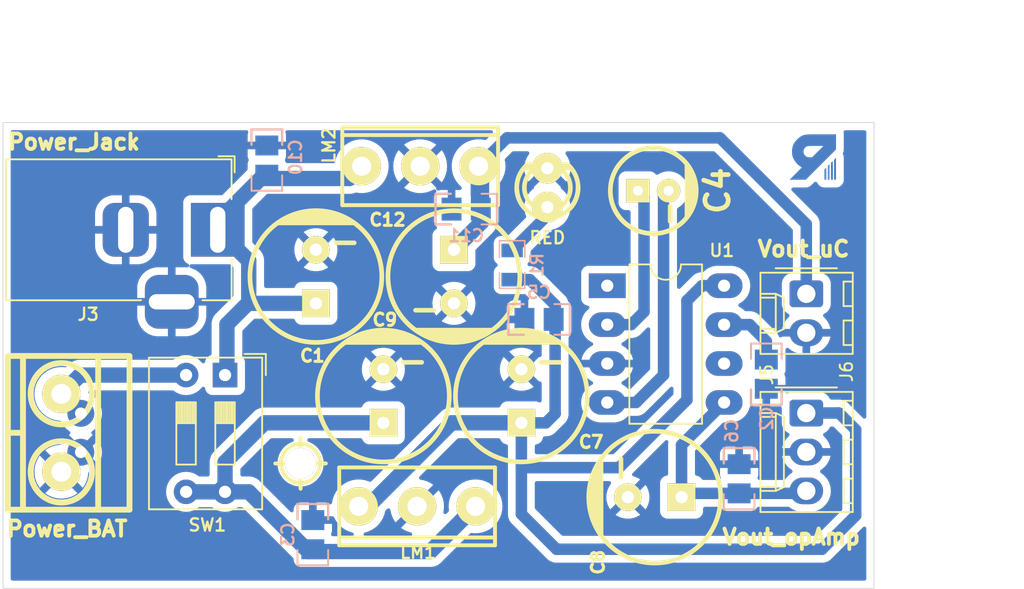
<source format=kicad_pcb>
(kicad_pcb (version 20240108) (generator "pcbnew") (generator_version "8.0")
  (title_block (title "Fuente Electroencefalograma") (date "2025-05-12") (rev "v2.0") (company "E.E.S.T. N°5 \"2 de Abril\" Temperley") (comment 1 "Curso: 7mo 6ta") (comment 2 "Grupo: 2"))
  (layers (0 "F.Cu" signal) (31 "B.Cu" signal) (34 "B.Paste" user) (35 "F.Paste" user) (36 "B.SilkS" user "B.Silkscreen") (37 "F.SilkS" user "F.Silkscreen") (38 "B.Mask" user) (39 "F.Mask" user) (44 "Edge.Cuts" user))
  (net 0 "")
  (net 1 "GND")
  (net 2 "VCC")
  (net 3 "Net-(U1-OSC)")
  (net 4 "Net-(U1-CAP-)")
  (net 5 "Net-(U1-CAP+)")
  (net 6 "+5V")
  (net 7 "-5V")
  (net 8 "+9V")
  (net 9 "/V_uC")
  (net 11 "+7.5V")
  (net 12 "Net-(LED1-A)")
  (footprint "EESTN5:BORNERA2_DUO" (layer "F.Cu") (at 129.0525 107 -90)
    (property "Reference" "J4" (hide yes))
    (property "Value" "Power_BAT" (at 6.2675 -0.37 0) (layer "F.SilkS") (effects (font (thickness 0.25))))
    (fp_line (start -4.9835 3.4925) (end 5.0165 3.4925) (stroke (width 0.381)) (layer "F.SilkS"))
    (fp_line (start 5.0165 3.4925) (end 5.0165 -4.445) (stroke (width 0.381)) (layer "F.SilkS"))
    (fp_line (start 0 2.54) (end 0 3.4845) (stroke (width 0.381)) (layer "F.SilkS"))
    (fp_line (start -5 2.5) (end 5 2.5) (stroke (width 0.381)) (layer "F.SilkS"))
    (fp_line (start -5 -2.4) (end 5 -2.4) (stroke (width 0.381)) (layer "F.SilkS"))
    (fp_line (start -5.0165 -4.445) (end -5.0165 3.4925) (stroke (width 0.381)) (layer "F.SilkS"))
    (fp_line (start 5.0165 -4.445) (end -4.9835 -4.445) (stroke (width 0.381)) (layer "F.SilkS"))
    (fp_circle (center -2.55 0) (end -0.55 0) (stroke (width 0.381)) (fill none) (layer "F.SilkS"))
    (fp_circle (center 2.55 0) (end 0.55 0) (stroke (width 0.381)) (fill none) (layer "F.SilkS"))
    (pad "1" thru_hole circle (at -2.54 0 270) (size 2.5 2.5) (drill 1.3) (layers "*.Cu" "*.Mask" "F.SilkS") (net 11 "+7.5V"))
    (pad "1" thru_hole circle (at -1.27 -1.27 270) (size 1.75 1.75) (drill 0.762) (layers "*.Cu" "*.Mask") (net 11 "+7.5V"))
    (pad "2" thru_hole circle (at 1.27 -1.27 270) (size 1.75 1.75) (drill 0.762) (layers "*.Cu" "*.Mask") (net 1 "GND"))
    (pad "2" thru_hole circle (at 2.54 0 270) (size 2.5 2.5) (drill 1.3) (layers "*.Cu" "*.Mask" "F.SilkS") (net 1 "GND"))
  )
  (footprint "EESTN5:led_3mm_red" (layer "F.Cu") (at 160.7475 91 180)
    (property "Reference" "LED1" (hide yes))
    (property "Value" "RED" (at 0 -3.2675 0) (layer "F.SilkS") (effects (font (size 0.8 0.8) (thickness 0.15) (bold yes))))
    (fp_line (start -1.30048 1.50114) (end 1.30048 1.50114) (stroke (width 0.29972)) (layer "F.SilkS"))
    (fp_line (start -1.50114 1.30048) (end 1.50114 1.30048) (stroke (width 0.29972)) (layer "F.SilkS"))
    (fp_arc (start 1.50876 -1.31064) (mid 1.993617 0.140092) (end 1.31064 1.50876) (stroke (width 0.29972)) (layer "F.SilkS"))
    (fp_arc (start 0 -1.99898) (mid 1.413492 -1.413492) (end 1.99898 0) (stroke (width 0.29972)) (layer "F.SilkS"))
    (fp_arc (start -1.33096 1.50114) (mid -2.002597 0.120335) (end -1.50114 -1.33096) (stroke (width 0.29972)) (layer "F.SilkS"))
    (fp_arc (start -1.99898 0) (mid -1.413492 -1.413492) (end 0 -1.99898) (stroke (width 0.29972)) (layer "F.SilkS"))
    (fp_circle (center 0 0) (end -1.50114 0) (stroke (width 0.29972)) (fill none) (layer "F.SilkS"))
    (pad "1" thru_hole circle (at 0 -1.27 180) (size 1.99898 1.99898) (drill 0.8001) (layers "*.Cu" "*.Mask" "F.SilkS") (net 12 "Net-(LED1-A)"))
    (pad "2" thru_hole circle (at 0 1.27 180) (size 1.99898 1.99898) (drill 0.8001) (layers "*.Cu" "*.Mask" "F.SilkS") (net 1 "GND"))
  )
  (footprint "EESTN5:TO-220-2" (layer "F.Cu") (at 152.2525 111.8 180)
    (property "Reference" "LM1" (at -0.06 -3 0) (layer "F.SilkS") (effects (font (size 0.8 0.8) (thickness 0.15) (bold yes))))
    (property "Value" "~" (hide yes))
    (fp_line (start 5.08 2.54) (end 5.08 -2.54) (stroke (width 0.254)) (layer "F.SilkS"))
    (fp_line (start 5.08 -2.54) (end -5.08 -2.54) (stroke (width 0.254)) (layer "F.SilkS"))
    (fp_line (start -5.08 2.54) (end 5.08 2.54) (stroke (width 0.254)) (layer "F.SilkS"))
    (fp_line (start -5.08 -1.27) (end -5.08 2.54) (stroke (width 0.254)) (layer "F.SilkS"))
    (fp_line (start -5.08 -2.032) (end 5.08 -2.032) (stroke (width 0.254)) (layer "F.SilkS"))
    (fp_line (start -5.08 -2.54) (end -5.08 -1.27) (stroke (width 0.254)) (layer "F.SilkS"))
    (pad "1" thru_hole circle (at -3.81 0 180) (size 2.49936 2.49936) (drill 1.24968) (layers "*.Cu" "*.Mask" "F.SilkS") (net 2 "VCC"))
    (pad "2" thru_hole circle (at 0 0 180) (size 2.49936 2.49936) (drill 1.24968) (layers "*.Cu" "*.Mask" "F.SilkS") (net 1 "GND"))
    (pad "3" thru_hole circle (at 3.81 0 180) (size 2.49936 2.49936) (drill 1.24968) (layers "*.Cu" "*.Mask" "F.SilkS") (net 6 "+5V"))
  )
  (footprint "EESTN5:CAP_ELEC_8x11.5mm" (layer "F.Cu") (at 167.7475 111.2 90)
    (property "Reference" "C8" (at -4.25 -3.6975 90) (layer "F.SilkS") (effects (font (size 0.8 0.8) (thickness 0.2))))
    (property "Value" "470u" (hide yes))
    (fp_line (start -0.8 -4.1) (end 0.9 -4.1) (stroke (width 0.3048)) (layer "F.SilkS"))
    (fp_line (start -1.4 -3.9) (end 1.4 -3.9) (stroke (width 0.3048)) (layer "F.SilkS"))
    (fp_line (start -1.8 -3.7) (end 1.8 -3.7) (stroke (width 0.3048)) (layer "F.SilkS"))
    (fp_line (start -2.4 -3.5) (end 2.4 -3.5) (stroke (width 0.3048)) (layer "F.SilkS"))
    (fp_line (start 1.3 -2.2) (end 2.5 -2.2) (stroke (width 0.3)) (layer "F.SilkS"))
    (fp_circle (center 0 0) (end -4.3 0) (stroke (width 0.3048)) (fill none) (layer "F.SilkS"))
    (pad "1" thru_hole rect (at 0 1.75 90) (size 1.8 1.8) (drill 0.8) (layers "*.Cu" "*.Mask" "F.SilkS") (net 7 "-5V"))
    (pad "2" thru_hole circle (at 0 -1.75 90) (size 1.8 1.8) (drill 0.8) (layers "*.Cu" "*.Mask" "F.SilkS") (net 1 "GND"))
  )
  (footprint "EESTN5:CAP_ELEC_8x11.5mm" (layer "F.Cu") (at 159.0525 104.6)
    (property "Reference" "C7" (at 4.5475 3 0) (layer "F.SilkS") (effects (font (size 0.8 0.8) (thickness 0.2))))
    (property "Value" "470u" (hide yes))
    (fp_line (start -2.4 -3.5) (end 2.4 -3.5) (stroke (width 0.3048)) (layer "F.SilkS"))
    (fp_line (start -1.8 -3.7) (end 1.8 -3.7) (stroke (width 0.3048)) (layer "F.SilkS"))
    (fp_line (start -1.4 -3.9) (end 1.4 -3.9) (stroke (width 0.3048)) (layer "F.SilkS"))
    (fp_line (start -0.8 -4.1) (end 0.9 -4.1) (stroke (width 0.3048)) (layer "F.SilkS"))
    (fp_line (start 1.3 -2.2) (end 2.5 -2.2) (stroke (width 0.3)) (layer "F.SilkS"))
    (fp_circle (center 0 0) (end -4.3 0) (stroke (width 0.3048)) (fill none) (layer "F.SilkS"))
    (pad "1" thru_hole rect (at 0 1.75) (size 1.8 1.8) (drill 0.8) (layers "*.Cu" "*.Mask" "F.SilkS") (net 6 "+5V"))
    (pad "2" thru_hole circle (at 0 -1.75) (size 1.8 1.8) (drill 0.8) (layers "*.Cu" "*.Mask" "F.SilkS") (net 1 "GND"))
  )
  (footprint "Connector_Molex:Molex_KK-254_AE-6410-03A_1x03_P2.54mm_Vertical" (layer "F.Cu") (at 177.6325 105.71 -90)
    (property "Reference" "J5" (at -2.51 2.58 90) (layer "F.SilkS") (effects (font (size 0.8 0.8) (thickness 0.125))))
    (property "Value" "Vout_opAmp" (at 8.09 0.98 0) (layer "F.SilkS") (effects (font (thickness 0.25) (bold yes))))
    (fp_line (start -1.38 2.99) (end 6.46 2.99) (stroke (width 0.12)) (layer "F.SilkS"))
    (fp_line (start 0 2.99) (end 0 1.99) (stroke (width 0.12)) (layer "F.SilkS"))
    (fp_line (start 0.25 2.99) (end 0.25 1.99) (stroke (width 0.12)) (layer "F.SilkS"))
    (fp_line (start 4.83 2.99) (end 4.83 1.99) (stroke (width 0.12)) (layer "F.SilkS"))
    (fp_line (start 6.46 2.99) (end 6.46 -3.03) (stroke (width 0.12)) (layer "F.SilkS"))
    (fp_line (start 0 1.99) (end 5.08 1.99) (stroke (width 0.12)) (layer "F.SilkS"))
    (fp_line (start 0 1.99) (end 0.25 1.46) (stroke (width 0.12)) (layer "F.SilkS"))
    (fp_line (start 5.08 1.99) (end 5.08 2.99) (stroke (width 0.12)) (layer "F.SilkS"))
    (fp_line (start 0.25 1.46) (end 4.83 1.46) (stroke (width 0.12)) (layer "F.SilkS"))
    (fp_line (start 4.83 1.46) (end 5.08 1.99) (stroke (width 0.12)) (layer "F.SilkS"))
    (fp_line (start -1.67 -2) (end -1.67 2) (stroke (width 0.12)) (layer "F.SilkS"))
    (fp_line (start -0.8 -2.43) (end 0.8 -2.43) (stroke (width 0.12)) (layer "F.SilkS"))
    (fp_line (start 0.8 -2.43) (end 0.8 -3.03) (stroke (width 0.12)) (layer "F.SilkS"))
    (fp_line (start 1.74 -2.43) (end 3.34 -2.43) (stroke (width 0.12)) (layer "F.SilkS"))
    (fp_line (start 3.34 -2.43) (end 3.34 -3.03) (stroke (width 0.12)) (layer "F.SilkS"))
    (fp_line (start 4.28 -2.43) (end 5.88 -2.43) (stroke (width 0.12)) (layer "F.SilkS"))
    (fp_line (start 5.88 -2.43) (end 5.88 -3.03) (stroke (width 0.12)) (layer "F.SilkS"))
    (fp_line (start -1.38 -3.03) (end -1.38 2.99) (stroke (width 0.12)) (layer "F.SilkS"))
    (fp_line (start -0.8 -3.03) (end -0.8 -2.43) (stroke (width 0.12)) (layer "F.SilkS"))
    (fp_line (start 1.74 -3.03) (end 1.74 -2.43) (stroke (width 0.12)) (layer "F.SilkS"))
    (fp_line (start 4.28 -3.03) (end 4.28 -2.43) (stroke (width 0.12)) (layer "F.SilkS"))
    (fp_line (start 6.46 -3.03) (end -1.38 -3.03) (stroke (width 0.12)) (layer "F.SilkS"))
    (pad "1" thru_hole roundrect (at 0 0 270) (size 1.74 2.19) (drill 1.19) (layers "*.Cu" "*.Mask") (roundrect_rratio 0.143678) (net 6 "+5V"))
    (pad "2" thru_hole oval (at 2.54 0 270) (size 1.74 2.19) (drill 1.19) (layers "*.Cu" "*.Mask") (net 1 "GND"))
    (pad "3" thru_hole oval (at 5.08 0 270) (size 1.74 2.19) (drill 1.19) (layers "*.Cu" "*.Mask") (net 7 "-5V"))
  )
  (footprint "EESTN5:hole_2mm" (layer "F.Cu") (at 144.6525 109)
    (property "Reference" "J1" (hide yes))
    (property "Value" "Mounting_Hole" (hide yes))
    (fp_line (start -1.651 0) (end 1.651 0) (stroke (width 0.254)) (layer "F.SilkS"))
    (fp_line (start 0 -1.651) (end 0 1.651) (stroke (width 0.254)) (layer "F.SilkS"))
    (fp_circle (center 0 0) (end 1.27 -0.127) (stroke (width 0.254)) (fill none) (layer "F.SilkS"))
    (pad "1" thru_hole circle (at 0 0) (size 1.99898 1.99898) (drill 1.99898) (layers "*.Cu" "F.SilkS"))
  )
  (footprint "Connector_BarrelJack:BarrelJack_Horizontal" (layer "F.Cu") (at 139.2525 93.75)
    (property "Reference" "J3" (at -8.45 5.5175 0) (layer "F.SilkS") (effects (font (size 0.8 0.8) (thickness 0.15) (bold yes))))
    (property "Value" "Power_Jack" (at -9.38 -5.7325 0) (layer "F.SilkS") (effects (font (thickness 0.25) (bold yes))))
    (fp_line (start -13.8 -4.6) (end 0.9 -4.6) (stroke (width 0.12)) (layer "F.SilkS"))
    (fp_line (start -13.8 4.6) (end -13.8 -4.6) (stroke (width 0.12)) (layer "F.SilkS"))
    (fp_line (start -5 4.6) (end -13.8 4.6) (stroke (width 0.12)) (layer "F.SilkS"))
    (fp_line (start 0.05 -4.8) (end 1.1 -4.8) (stroke (width 0.12)) (layer "F.SilkS"))
    (fp_line (start 0.9 -4.6) (end 0.9 -2) (stroke (width 0.12)) (layer "F.SilkS"))
    (fp_line (start 0.9 1.9) (end 0.9 4.6) (stroke (width 0.12)) (layer "F.SilkS"))
    (fp_line (start 0.9 4.6) (end -1 4.6) (stroke (width 0.12)) (layer "F.SilkS"))
    (fp_line (start 1.1 -3.75) (end 1.1 -4.8) (stroke (width 0.12)) (layer "F.SilkS"))
    (pad "1" thru_hole rect (at 0 0) (size 3.5 3.5) (drill oval 1 3) (layers "*.Cu" "*.Mask") (net 8 "+9V"))
    (pad "2" thru_hole roundrect (at -6 0) (size 3 3.5) (drill oval 1 3) (layers "*.Cu" "*.Mask") (net 1 "GND"))
    (pad "3" thru_hole roundrect (at -3 4.7) (size 3.5 3.5) (drill oval 3 1) (layers "*.Cu" "*.Mask") (net 1 "GND"))
  )
  (footprint "EESTN5:TO-220-2" (layer "F.Cu") (at 152.4525 89.6)
    (property "Reference" "LM2" (at -5.9525 -1.35 90) (layer "F.SilkS") (effects (font (size 0.8 0.8) (thickness 0.15) (bold yes))))
    (property "Value" "~" (hide yes))
    (fp_line (start -5.08 -2.54) (end -5.08 -1.27) (stroke (width 0.254)) (layer "F.SilkS"))
    (fp_line (start -5.08 -2.032) (end 5.08 -2.032) (stroke (width 0.254)) (layer "F.SilkS"))
    (fp_line (start -5.08 -1.27) (end -5.08 2.54) (stroke (width 0.254)) (layer "F.SilkS"))
    (fp_line (start -5.08 2.54) (end 5.08 2.54) (stroke (width 0.254)) (layer "F.SilkS"))
    (fp_line (start 5.08 -2.54) (end -5.08 -2.54) (stroke (width 0.254)) (layer "F.SilkS"))
    (fp_line (start 5.08 2.54) (end 5.08 -2.54) (stroke (width 0.254)) (layer "F.SilkS"))
    (pad "1" thru_hole circle (at -3.81 0) (size 2.49936 2.49936) (drill 1.24968) (layers "*.Cu" "*.Mask" "F.SilkS") (net 8 "+9V"))
    (pad "2" thru_hole circle (at 0 0) (size 2.49936 2.49936) (drill 1.24968) (layers "*.Cu" "*.Mask" "F.SilkS") (net 1 "GND"))
    (pad "3" thru_hole circle (at 3.81 0) (size 2.49936 2.49936) (drill 1.24968) (layers "*.Cu" "*.Mask" "F.SilkS") (net 9 "/V_uC"))
  )
  (footprint "EESTN5:CAP_ELEC_8x11.5mm" (layer "F.Cu") (at 150.0525 104.6)
    (property "Reference" "C1" (at -4.6275 -2.625 0) (layer "F.SilkS") (effects (font (size 0.8 0.8) (thickness 0.2))))
    (property "Value" "470u" (hide yes))
    (fp_line (start -2.4 -3.5) (end 2.4 -3.5) (stroke (width 0.3048)) (layer "F.SilkS"))
    (fp_line (start -1.8 -3.7) (end 1.8 -3.7) (stroke (width 0.3048)) (layer "F.SilkS"))
    (fp_line (start -1.4 -3.9) (end 1.4 -3.9) (stroke (width 0.3048)) (layer "F.SilkS"))
    (fp_line (start -0.8 -4.1) (end 0.9 -4.1) (stroke (width 0.3048)) (layer "F.SilkS"))
    (fp_line (start 1.3 -2.2) (end 2.5 -2.2) (stroke (width 0.3)) (layer "F.SilkS"))
    (fp_circle (center 0 0) (end -4.3 0) (stroke (width 0.3048)) (fill none) (layer "F.SilkS"))
    (pad "1" thru_hole rect (at 0 1.75) (size 1.8 1.8) (drill 0.8) (layers "*.Cu" "*.Mask" "F.SilkS") (net 2 "VCC"))
    (pad "2" thru_hole circle (at 0 -1.75) (size 1.8 1.8) (drill 0.8) (layers "*.Cu" "*.Mask" "F.SilkS") (net 1 "GND"))
  )
  (footprint "Connector_Molex:Molex_KK-254_AE-6410-02A_1x02_P2.54mm_Vertical" (layer "F.Cu") (at 177.6325 97.93 -90)
    (property "Reference" "J6" (at 5.07 -2.62 90) (layer "F.SilkS") (effects (font (size 0.8 0.8) (thickness 0.125))))
    (property "Value" "Vout_uC" (at -2.93 0.18 0) (layer "F.SilkS") (effects (font (thickness 0.25) (bold yes))))
    (fp_line (start -1.38 2.99) (end 3.92 2.99) (stroke (width 0.12)) (layer "F.SilkS"))
    (fp_line (start 0 2.99) (end 0 1.99) (stroke (width 0.12)) (layer "F.SilkS"))
    (fp_line (start 0.25 2.99) (end 0.25 1.99) (stroke (width 0.12)) (layer "F.SilkS"))
    (fp_line (start 2.29 2.99) (end 2.29 1.99) (stroke (width 0.12)) (layer "F.SilkS"))
    (fp_line (start 3.92 2.99) (end 3.92 -3.03) (stroke (width 0.12)) (layer "F.SilkS"))
    (fp_line (start 0 1.99) (end 2.54 1.99) (stroke (width 0.12)) (layer "F.SilkS"))
    (fp_line (start 0 1.99) (end 0.25 1.46) (stroke (width 0.12)) (layer "F.SilkS"))
    (fp_line (start 2.54 1.99) (end 2.54 2.99) (stroke (width 0.12)) (layer "F.SilkS"))
    (fp_line (start 0.25 1.46) (end 2.29 1.46) (stroke (width 0.12)) (layer "F.SilkS"))
    (fp_line (start 2.29 1.46) (end 2.54 1.99) (stroke (width 0.12)) (layer "F.SilkS"))
    (fp_line (start -1.67 -2) (end -1.67 2) (stroke (width 0.12)) (layer "F.SilkS"))
    (fp_line (start -0.8 -2.43) (end 0.8 -2.43) (stroke (width 0.12)) (layer "F.SilkS"))
    (fp_line (start 0.8 -2.43) (end 0.8 -3.03) (stroke (width 0.12)) (layer "F.SilkS"))
    (fp_line (start 1.74 -2.43) (end 3.34 -2.43) (stroke (width 0.12)) (layer "F.SilkS"))
    (fp_line (start 3.34 -2.43) (end 3.34 -3.03) (stroke (width 0.12)) (layer "F.SilkS"))
    (fp_line (start -1.38 -3.03) (end -1.38 2.99) (stroke (width 0.12)) (layer "F.SilkS"))
    (fp_line (start -0.8 -3.03) (end -0.8 -2.43) (stroke (width 0.12)) (layer "F.SilkS"))
    (fp_line (start 1.74 -3.03) (end 1.74 -2.43) (stroke (width 0.12)) (layer "F.SilkS"))
    (fp_line (start 3.92 -3.03) (end -1.38 -3.03) (stroke (width 0.12)) (layer "F.SilkS"))
    (pad "1" thru_hole roundrect (at 0 0 270) (size 1.74 2.19) (drill 1.19) (layers "*.Cu" "*.Mask") (roundrect_rratio 0.143678) (net 9 "/V_uC"))
    (pad "2" thru_hole oval (at 2.54 0 270) (size 1.74 2.19) (drill 1.19) (layers "*.Cu" "*.Mask") (net 1 "GND"))
  )
  (footprint "EESTN5:CAP_ELEC_8x11.5mm" (layer "F.Cu") (at 145.6525 96.8)
    (property "Reference" "C9" (at 4.4975 2.825 0) (layer "F.SilkS") (effects (font (size 0.8 0.8) (thickness 0.2))))
    (property "Value" "470u" (hide yes))
    (fp_line (start -2.4 -3.5) (end 2.4 -3.5) (stroke (width 0.3048)) (layer "F.SilkS"))
    (fp_line (start -1.8 -3.7) (end 1.8 -3.7) (stroke (width 0.3048)) (layer "F.SilkS"))
    (fp_line (start -1.4 -3.9) (end 1.4 -3.9) (stroke (width 0.3048)) (layer "F.SilkS"))
    (fp_line (start -0.8 -4.1) (end 0.9 -4.1) (stroke (width 0.3048)) (layer "F.SilkS"))
    (fp_line (start 1.3 -2.2) (end 2.5 -2.2) (stroke (width 0.3)) (layer "F.SilkS"))
    (fp_circle (center 0 0) (end -4.3 0) (stroke (width 0.3048)) (fill none) (layer "F.SilkS"))
    (pad "1" thru_hole rect (at 0 1.75) (size 1.8 1.8) (drill 0.8) (layers "*.Cu" "*.Mask" "F.SilkS") (net 8 "+9V"))
    (pad "2" thru_hole circle (at 0 -1.75) (size 1.8 1.8) (drill 0.8) (layers "*.Cu" "*.Mask" "F.SilkS") (net 1 "GND"))
  )
  (footprint "EESTN5:CAP_ELEC_8x11.5mm" (layer "F.Cu") (at 154.6525 96.8 180)
    (property "Reference" "C12" (at 4.3275 3.7 180) (layer "F.SilkS") (effects (font (size 0.8 0.8) (thickness 0.2))))
    (property "Value" "470u" (hide yes))
    (fp_line (start 1.3 -2.2) (end 2.5 -2.2) (stroke (width 0.3)) (layer "F.SilkS"))
    (fp_line (start -0.8 -4.1) (end 0.9 -4.1) (stroke (width 0.3048)) (layer "F.SilkS"))
    (fp_line (start -1.4 -3.9) (end 1.4 -3.9) (stroke (width 0.3048)) (layer "F.SilkS"))
    (fp_line (start -1.8 -3.7) (end 1.8 -3.7) (stroke (width 0.3048)) (layer "F.SilkS"))
    (fp_line (start -2.4 -3.5) (end 2.4 -3.5) (stroke (width 0.3048)) (layer "F.SilkS"))
    (fp_circle (center 0 0) (end -4.3 0) (stroke (width 0.3048)) (fill none) (layer "F.SilkS"))
    (pad "1" thru_hole rect (at 0 1.75 180) (size 1.8 1.8) (drill 0.8) (layers "*.Cu" "*.Mask" "F.SilkS") (net 9 "/V_uC"))
    (pad "2" thru_hole circle (at 0 -1.75 180) (size 1.8 1.8) (drill 0.8) (layers "*.Cu" "*.Mask" "F.SilkS") (net 1 "GND"))
  )
  (footprint "EESTN5:CAP_ELEC_5x11mm" (layer "F.Cu") (at 167.6525 91.2 -90)
    (property "Reference" "C4" (at 0 -4.2 -90) (layer "F.SilkS") (effects (font (size 1.524 1.524) (thickness 0.3048))))
    (property "Value" "10u" (hide yes))
    (fp_line (start 1 -1.1) (end 2 -1.1) (stroke (width 0.3)) (layer "F.SilkS"))
    (fp_line (start -1.7 -2.2) (end 1.7 -2.2) (stroke (width 0.3048)) (layer "F.SilkS"))
    (fp_line (start -1.3 -2.4) (end 1.3 -2.4) (stroke (width 0.3048)) (layer "F.SilkS"))
    (fp_line (start -0.8 -2.6) (end 0.8 -2.6) (stroke (width 0.3048)) (layer "F.SilkS"))
    (fp_circle (center 0 0) (end 2.8 0) (stroke (width 0.3048)) (fill none) (layer "F.SilkS"))
    (pad "1" thru_hole rect (at 0 1 270) (size 1.524 1.524) (drill 0.65) (layers "*.Cu" "*.Mask" "F.SilkS") (net 5 "Net-(U1-CAP+)"))
    (pad "2" thru_hole circle (at 0 -1 270) (size 1.524 1.524) (drill 0.65) (layers "*.Cu" "*.Mask" "F.SilkS") (net 4 "Net-(U1-CAP-)"))
  )
  (footprint "Button_Switch_THT:SW_DIP_SPSTx02_Slide_9.78x7.26mm_W7.62mm_P2.54mm" (layer "F.Cu") (at 139.7275 103.2325 -90)
    (property "Reference" "SW1" (at 9.785 1.155 180) (layer "F.SilkS") (effects (font (size 0.8 0.8) (thickness 0.15) (bold yes))))
    (property "Value" "SW_DIP")
    (fp_line (start -1.14 4.96) (end 8.76 4.96) (stroke (width 0.12)) (layer "F.SilkS"))
    (fp_line (start 1.78 3.175) (end 5.84 3.175) (stroke (width 0.12)) (layer "F.SilkS"))
    (fp_line (start 5.84 3.175) (end 5.84 1.905) (stroke (width 0.12)) (layer "F.SilkS"))
    (fp_line (start 1.78 3.105) (end 3.133333 3.105) (stroke (width 0.12)) (layer "F.SilkS"))
    (fp_line (start 1.78 2.985) (end 3.133333 2.985) (stroke (width 0.12)) (layer "F.SilkS"))
    (fp_line (start 1.78 2.865) (end 3.133333 2.865) (stroke (width 0.12)) (layer "F.SilkS"))
    (fp_line (start 1.78 2.745) (end 3.133333 2.745) (stroke (width 0.12)) (layer "F.SilkS"))
    (fp_line (start 1.78 2.625) (end 3.133333 2.625) (stroke (width 0.12)) (layer "F.SilkS"))
    (fp_line (start 1.78 2.505) (end 3.133333 2.505) (stroke (width 0.12)) (layer "F.SilkS"))
    (fp_line (start 1.78 2.385) (end 3.133333 2.385) (stroke (width 0.12)) (layer "F.SilkS"))
    (fp_line (start 1.78 2.265) (end 3.133333 2.265) (stroke (width 0.12)) (layer "F.SilkS"))
    (fp_line (start 1.78 2.145) (end 3.133333 2.145) (stroke (width 0.12)) (layer "F.SilkS"))
    (fp_line (start 1.78 2.025) (end 3.133333 2.025) (stroke (width 0.12)) (layer "F.SilkS"))
    (fp_line (start 1.78 1.905) (end 1.78 3.175) (stroke (width 0.12)) (layer "F.SilkS"))
    (fp_line (start 3.133333 1.905) (end 3.133333 3.175) (stroke (width 0.12)) (layer "F.SilkS"))
    (fp_line (start 5.84 1.905) (end 1.78 1.905) (stroke (width 0.12)) (layer "F.SilkS"))
    (fp_line (start 1.78 0.635) (end 5.84 0.635) (stroke (width 0.12)) (layer "F.SilkS"))
    (fp_line (start 5.84 0.635) (end 5.84 -0.635) (stroke (width 0.12)) (layer "F.SilkS"))
    (fp_line (start 1.78 0.565) (end 3.133333 0.565) (stroke (width 0.12)) (layer "F.SilkS"))
    (fp_line (start 1.78 0.445) (end 3.133333 0.445) (stroke (width 0.12)) (layer "F.SilkS"))
    (fp_line (start 1.78 0.325) (end 3.133333 0.325) (stroke (width 0.12)) (layer "F.SilkS"))
    (fp_line (start 1.78 0.205) (end 3.133333 0.205) (stroke (width 0.12)) (layer "F.SilkS"))
    (fp_line (start 1.78 0.085) (end 3.133333 0.085) (stroke (width 0.12)) (layer "F.SilkS"))
    (fp_line (start 1.78 -0.035) (end 3.133333 -0.035) (stroke (width 0.12)) (layer "F.SilkS"))
    (fp_line (start 1.78 -0.155) (end 3.133333 -0.155) (stroke (width 0.12)) (layer "F.SilkS"))
    (fp_line (start 1.78 -0.275) (end 3.133333 -0.275) (stroke (width 0.12)) (layer "F.SilkS"))
    (fp_line (start 1.78 -0.395) (end 3.133333 -0.395) (stroke (width 0.12)) (layer "F.SilkS"))
    (fp_line (start 1.78 -0.515) (end 3.133333 -0.515) (stroke (width 0.12)) (layer "F.SilkS"))
    (fp_line (start 1.78 -0.635) (end 1.78 0.635) (stroke (width 0.12)) (layer "F.SilkS"))
    (fp_line (start 3.133333 -0.635) (end 3.133333 0.635) (stroke (width 0.12)) (layer "F.SilkS"))
    (fp_line (start 5.84 -0.635) (end 1.78 -0.635) (stroke (width 0.12)) (layer "F.SilkS"))
    (fp_line (start -1.14 -2.42) (end -1.14 4.96) (stroke (width 0.12)) (layer "F.SilkS"))
    (fp_line (start -1.14 -2.42) (end 8.76 -2.42) (stroke (width 0.12)) (layer "F.SilkS"))
    (fp_line (start 8.76 -2.42) (end 8.76 4.96) (stroke (width 0.12)) (layer "F.SilkS"))
    (fp_line (start -1.38 -2.66) (end -1.38 -1.277) (stroke (width 0.12)) (layer "F.SilkS"))
    (fp_line (start -1.38 -2.66) (end 0.004 -2.66) (stroke (width 0.12)) (layer "F.SilkS"))
    (pad "1" thru_hole rect (at 0 0 270) (size 1.6 1.6) (drill 0.8) (layers "*.Cu" "*.Mask") (net 8 "+9V"))
    (pad "2" thru_hole oval (at 0 2.54 270) (size 1.6 1.6) (drill 0.8) (layers "*.Cu" "*.Mask") (net 11 "+7.5V"))
    (pad "3" thru_hole oval (at 7.62 2.54 270) (size 1.6 1.6) (drill 0.8) (layers "*.Cu" "*.Mask") (net 2 "VCC"))
    (pad "4" thru_hole oval (at 7.62 0 270) (size 1.6 1.6) (drill 0.8) (layers "*.Cu" "*.Mask") (net 2 "VCC"))
  )
  (footprint "EESTN5:DIP-8" (layer "F.Cu") (at 164.6525 97.4)
    (property "Reference" "U1" (at 7.4725 -2.3 0) (layer "F.SilkS") (effects (font (size 0.8 0.8))))
    (property "Value" "ICL7660" (hide yes))
    (fp_line (start 1.44 -1.39) (end 1.44 9.01) (stroke (width 0.12)) (layer "F.SilkS"))
    (fp_line (start 1.44 9.01) (end 6.18 9.01) (stroke (width 0.12)) (layer "F.SilkS"))
    (fp_line (start 2.81 -1.39) (end 1.44 -1.39) (stroke (width 0.12)) (layer "F.SilkS"))
    (fp_line (start 6.18 -1.39) (end 4.81 -1.39) (stroke (width 0.12)) (layer "F.SilkS"))
    (fp_line (start 6.18 9.01) (end 6.18 -1.39) (stroke (width 0.12)) (layer "F.SilkS"))
    (fp_arc (start 4.81 -1.39) (mid 3.81 -0.39) (end 2.81 -1.39) (stroke (width 0.12)) (layer "F.SilkS"))
    (pad "1" thru_hole rect (at 0 0) (size 2.4 1.6) (drill 0.8) (layers "*.Cu" "*.Mask"))
    (pad "2" thru_hole oval (at 0 2.54) (size 2.4 1.6) (drill 0.8) (layers "*.Cu" "*.Mask") (net 5 "Net-(U1-CAP+)"))
    (pad "3" thru_hole oval (at 0 5.08) (size 2.4 1.6) (drill 0.8) (layers "*.Cu" "*.Mask") (net 1 "GND"))
    (pad "4" thru_hole oval (at 0 7.62) (size 2.4 1.6) (drill 0.8) (layers "*.Cu" "*.Mask") (net 4 "Net-(U1-CAP-)"))
    (pad "5" thru_hole oval (at 7.62 7.62) (size 2.4 1.6) (drill 0.8) (layers "*.Cu" "*.Mask") (net 7 "-5V"))
    (pad "6" thru_hole oval (at 7.62 5.08) (size 2.4 1.6) (drill 0.8) (layers "*.Cu" "*.Mask"))
    (pad "7" thru_hole oval (at 7.62 2.54) (size 2.4 1.6) (drill 0.8) (layers "*.Cu" "*.Mask") (net 3 "Net-(U1-OSC)"))
    (pad "8" thru_hole oval (at 7.62 0) (size 2.4 1.6) (drill 0.8) (layers "*.Cu" "*.Mask") (net 6 "+5V"))
  )
  (footprint "EESTN5:C_0805" (layer "B.Cu") (at 173.2525 110 -90)
    (property "Reference" "C6" (at -3.12 0.4825 90) (layer "B.SilkS") (effects (font (size 0.8 0.8) (thickness 0.15) (bold yes)) (justify mirror)))
    (property "Value" "100n" (hide yes))
    (fp_line (start -2 1) (end -1 1) (stroke (width 0.15)) (layer "B.SilkS"))
    (fp_line (start 2 1) (end 1 1) (stroke (width 0.127)) (layer "B.SilkS"))
    (fp_line (start -2 -1) (end -2 1) (stroke (width 0.15)) (layer "B.SilkS"))
    (fp_line (start -1 -1) (end -2 -1) (stroke (width 0.15)) (layer "B.SilkS"))
    (fp_line (start 1 -1) (end 2 -1) (stroke (width 0.127)) (layer "B.SilkS"))
    (fp_line (start 2 -1) (end 2 1) (stroke (width 0.127)) (layer "B.SilkS"))
    (pad "1" smd rect (at 0.9525 0 270) (size 1.30048 1.4986) (layers "B.Cu" "B.Paste" "B.Mask") (net 7 "-5V"))
    (pad "2" smd rect (at -0.9525 0 270) (size 1.30048 1.4986) (layers "B.Cu" "B.Paste" "B.Mask") (net 1 "GND"))
  )
  (footprint "EESTN5:C_0805" (layer "B.Cu") (at 160.205 99.6)
    (property "Reference" "C5" (at 0 -1.7675 0) (layer "B.SilkS") (effects (font (size 0.8 0.8) (thickness 0.15) (bold yes)) (justify mirror)))
    (property "Value" "100n" (hide yes))
    (fp_line (start -2 -1) (end -2 1) (stroke (width 0.15)) (layer "B.SilkS"))
    (fp_line (start -2 1) (end -1 1) (stroke (width 0.15)) (layer "B.SilkS"))
    (fp_line (start -1 -1) (end -2 -1) (stroke (width 0.15)) (layer "B.SilkS"))
    (fp_line (start 1 -1) (end 2 -1) (stroke (width 0.127)) (layer "B.SilkS"))
    (fp_line (start 2 -1) (end 2 1) (stroke (width 0.127)) (layer "B.SilkS"))
    (fp_line (start 2 1) (end 1 1) (stroke (width 0.127)) (layer "B.SilkS"))
    (pad "1" smd rect (at 0.9525 0) (size 1.30048 1.4986) (layers "B.Cu" "B.Paste" "B.Mask") (net 6 "+5V"))
    (pad "2" smd rect (at -0.9525 0) (size 1.30048 1.4986) (layers "B.Cu" "B.Paste" "B.Mask") (net 1 "GND"))
  )
  (footprint "Logo Romano:Logo_Romano" (layer "B.Cu") (at 178.0525 89 180)
    (property "Reference" "G***" (hide yes))
    (property "Value" "LOGO" (hide yes))
    (fp_poly (pts (xy -1.037491 -0.528008) (xy -0.981911 -0.581257) (xy -0.981911 -1.031693) (xy -0.981911 -1.482129) (xy -1.037491 -1.482129) (xy -1.093071 -1.482129) (xy -1.093071 -0.978444) (xy -1.093071 -0.474759)) (fill solid) (layer "B.Cu"))
    (fp_poly (pts (xy -1.453839 -0.115519) (xy -1.389497 -0.184722) (xy -1.389497 -0.833426) (xy -1.389497 -1.482129) (xy -1.45434 -1.482129) (xy -1.519183 -1.482129) (xy -1.518682 -0.764223) (xy -1.518181 -0.046316)) (fill solid) (layer "B.Cu"))
    (fp_poly (pts (xy -0.852828 -0.716236) (xy -0.818649 -0.746554) (xy -0.809375 -0.755973) (xy -0.759592 -0.807935) (xy -0.759592 -1.145032) (xy -0.759592 -1.482129) (xy -0.824435 -1.482129) (xy -0.889278 -1.482129) (xy -0.889278 -1.09307) (xy -0.888596 -0.977526) (xy -0.886689 -0.875628) (xy -0.883767 -0.792788) (xy -0.880039 -0.734418) (xy -0.875715 -0.705932) (xy -0.874218 -0.704011)) (fill solid) (layer "B.Cu"))
    (fp_poly (pts (xy -1.282057 -0.289574) (xy -1.247426 -0.318541) (xy -1.237666 -0.327682) (xy -1.185704 -0.377464) (xy -1.185704 -0.929797) (xy -1.185704 -1.482129) (xy -1.250547 -1.482129) (xy -1.315391 -1.482129) (xy -1.315391 -0.880014) (xy -1.31501 -0.73487) (xy -1.313929 -0.60231) (xy -1.312242 -0.486686) (xy -1.310042 -0.392348) (xy -1.307421 -0.323647) (xy -1.304473 -0.284933) (xy -1.302509 -0.277899)) (fill solid) (layer "B.Cu"))
    (fp_poly (pts (xy -0.335413 1.482076) (xy -0.144705 1.481708) (xy 0.015915 1.480717) (xy 0.149929 1.478795) (xy 0.260819 1.475635) (xy 0.352069 1.470927) (xy 0.427161 1.464364) (xy 0.489577 1.455637) (xy 0.5428 1.444438) (xy 0.590312 1.430458) (xy 0.635596 1.41339) (xy 0.682134 1.392924) (xy 0.733409 1.368754) (xy 0.736233 1.367407) (xy 0.813545 1.324628) (xy 0.890455 1.268458) (xy 0.975887 1.192021) (xy 1.019241 1.149432) (xy 1.132907 1.024054) (xy 1.21824 0.90163) (xy 1.281465 0.771756) (xy 1.324982 0.638529) (xy 1.343891 0.534821) (xy 1.353092 0.410124) (xy 1.352576 0.27906) (xy 1.342336 0.156249) (xy 1.32526 0.066552) (xy 1.265633 -0.095178) (xy 1.177428 -0.253472) (xy 1.067085 -0.399575) (xy 0.941043 -0.524733) (xy 0.831184 -0.605164) (xy 0.777014 -0.640089) (xy 0.738084 -0.668027) (xy 0.722557 -0.683107) (xy 0.722538 -0.683328) (xy 0.735139 -0.698723) (xy 0.770798 -0.736939) (xy 0.826304 -0.794672) (xy 0.898442 -0.868614) (xy 0.984 -0.955459) (xy 1.079765 -1.051901) (xy 1.116067 -1.088281) (xy 1.509596 -1.482129) (xy 0.981137 -1.482129) (xy 0.452678 -1.482129) (xy -0.533179 -0.495587) (xy -1.519036 0.490956) (xy -1.519071 0.722539) (xy -0.694401 0.722539) (xy -0.324043 0.350835) (xy 0.046316 -0.020869) (xy 0.205418 -0.015066) (xy 0.288104 -0.010558) (xy 0.345381 -0.002376) (xy 0.388885 0.012326) (xy 0.430252 0.036396) (xy 0.438364 0.04194) (xy 0.51949 0.118184) (xy 0.572501 0.210239) (xy 0.597707 0.311304) (xy 0.595418 0.414577) (xy 0.565944 0.513254) (xy 0.509595 0.600536) (xy 0.426682 0.669619) (xy 0.409303 0.679415) (xy 0.384047 0.692157) (xy 0.35909 0.702104) (xy 0.329684 0.709604) (xy 0.291082 0.715001) (xy 0.238536 0.718641) (xy 0.167298 0.72087) (xy 0.072623 0.722031) (xy -0.050239 0.722473) (xy -0.183375 0.722539) (xy -0.694401 0.722539) (xy -1.519071 0.722539) (xy -1.51911 0.986543) (xy -1.519183 1.48213) (xy -0.559691 1.48213)) (fill solid) (layer "B.Cu"))
  )
  (footprint "EESTN5:C_0805" (layer "B.Cu") (at 155.4525 92.4)
    (property "Reference" "C11" (at 0 1.7325 0) (layer "B.SilkS") (effects (font (size 0.8 0.8) (thickness 0.15) (bold yes)) (justify mirror)))
    (property "Value" "100n" (hide yes))
    (fp_line (start -2 -1) (end -2 1) (stroke (width 0.15)) (layer "B.SilkS"))
    (fp_line (start -2 1) (end -1 1) (stroke (width 0.15)) (layer "B.SilkS"))
    (fp_line (start -1 -1) (end -2 -1) (stroke (width 0.15)) (layer "B.SilkS"))
    (fp_line (start 1 -1) (end 2 -1) (stroke (width 0.127)) (layer "B.SilkS"))
    (fp_line (start 2 -1) (end 2 1) (stroke (width 0.127)) (layer "B.SilkS"))
    (fp_line (start 2 1) (end 1 1) (stroke (width 0.127)) (layer "B.SilkS"))
    (pad "1" smd rect (at 0.9525 0) (size 1.30048 1.4986) (layers "B.Cu" "B.Paste" "B.Mask") (net 9 "/V_uC"))
    (pad "2" smd rect (at -0.9525 0) (size 1.30048 1.4986) (layers "B.Cu" "B.Paste" "B.Mask") (net 1 "GND"))
  )
  (footprint "EESTN5:C_0805" (layer "B.Cu") (at 142.4525 89.2 -90)
    (property "Reference" "C10" (at -0.185 -1.87 90) (layer "B.SilkS") (effects (font (size 0.8 0.8) (thickness 0.15) (bold yes)) (justify mirror)))
    (property "Value" "100n" (hide yes))
    (fp_line (start -2 1) (end -1 1) (stroke (width 0.15)) (layer "B.SilkS"))
    (fp_line (start 2 1) (end 1 1) (stroke (width 0.127)) (layer "B.SilkS"))
    (fp_line (start -2 -1) (end -2 1) (stroke (width 0.15)) (layer "B.SilkS"))
    (fp_line (start -1 -1) (end -2 -1) (stroke (width 0.15)) (layer "B.SilkS"))
    (fp_line (start 1 -1) (end 2 -1) (stroke (width 0.127)) (layer "B.SilkS"))
    (fp_line (start 2 -1) (end 2 1) (stroke (width 0.127)) (layer "B.SilkS"))
    (pad "1" smd rect (at 0.9525 0 270) (size 1.30048 1.4986) (layers "B.Cu" "B.Paste" "B.Mask") (net 8 "+9V"))
    (pad "2" smd rect (at -0.9525 0 270) (size 1.30048 1.4986) (layers "B.Cu" "B.Paste" "B.Mask") (net 1 "GND"))
  )
  (footprint "EESTN5:R_0805" (layer "B.Cu") (at 158.45 96.05 90)
    (property "Reference" "R1" (at 0 1.62 90) (layer "B.SilkS") (effects (font (size 0.8 0.8) (thickness 0.15) (bold yes)) (justify mirror)))
    (property "Value" "330" (hide yes))
    (fp_line (start 1.5875 -0.8255) (end 1.5875 0.8255) (stroke (width 0.09906)) (layer "B.SilkS"))
    (fp_line (start 0.508 -0.8255) (end 1.5875 -0.8255) (stroke (width 0.09906)) (layer "B.SilkS"))
    (fp_line (start -1.524 -0.8255) (end -0.508 -0.8255) (stroke (width 0.09906)) (layer "B.SilkS"))
    (fp_line (start 1.5875 0.8255) (end 0.508 0.8255) (stroke (width 0.09906)) (layer "B.SilkS"))
    (fp_line (start -0.508 0.8255) (end -1.524 0.8255) (stroke (width 0.09906)) (layer "B.SilkS"))
    (fp_line (start -1.524 0.8255) (end -1.524 -0.8255) (stroke (width 0.09906)) (layer "B.SilkS"))
    (pad "1" smd rect (at -0.9525 0 90) (size 0.889 1.397) (layers "B.Cu" "B.Paste" "B.Mask") (net 6 "+5V"))
    (pad "2" smd rect (at 0.9525 0 90) (size 0.889 1.397) (layers "B.Cu" "B.Paste" "B.Mask") (net 12 "Net-(LED1-A)"))
  )
  (footprint "EESTN5:C_0805" (layer "B.Cu") (at 175.025 103.1725 90)
    (property "Reference" "C2" (at -2.9 0.025 90) (layer "B.SilkS") (effects (font (size 0.8 0.8) (thickness 0.15) (bold yes)) (justify mirror)))
    (property "Value" "100n" (hide yes))
    (fp_line (start 2 -1) (end 2 1) (stroke (width 0.127)) (layer "B.SilkS"))
    (fp_line (start 1 -1) (end 2 -1) (stroke (width 0.127)) (layer "B.SilkS"))
    (fp_line (start -1 -1) (end -2 -1) (stroke (width 0.15)) (layer "B.SilkS"))
    (fp_line (start -2 -1) (end -2 1) (stroke (width 0.15)) (layer "B.SilkS"))
    (fp_line (start 2 1) (end 1 1) (stroke (width 0.127)) (layer "B.SilkS"))
    (fp_line (start -2 1) (end -1 1) (stroke (width 0.15)) (layer "B.SilkS"))
    (pad "1" smd rect (at 0.9525 0 90) (size 1.30048 1.4986) (layers "B.Cu" "B.Paste" "B.Mask") (net 3 "Net-(U1-OSC)"))
    (pad "2" smd rect (at -0.9525 0 90) (size 1.30048 1.4986) (layers "B.Cu" "B.Paste" "B.Mask") (net 1 "GND"))
  )
  (footprint "EESTN5:C_0805" (layer "B.Cu") (at 145.4525 113.6475 -90)
    (property "Reference" "C3" (at 0 1.63 90) (layer "B.SilkS") (effects (font (size 0.8 0.8) (thickness 0.15) (bold yes)) (justify mirror)))
    (property "Value" "100n" (hide yes))
    (fp_line (start -2 1) (end -1 1) (stroke (width 0.15)) (layer "B.SilkS"))
    (fp_line (start 2 1) (end 1 1) (stroke (width 0.127)) (layer "B.SilkS"))
    (fp_line (start -2 -1) (end -2 1) (stroke (width 0.15)) (layer "B.SilkS"))
    (fp_line (start -1 -1) (end -2 -1) (stroke (width 0.15)) (layer "B.SilkS"))
    (fp_line (start 1 -1) (end 2 -1) (stroke (width 0.127)) (layer "B.SilkS"))
    (fp_line (start 2 -1) (end 2 1) (stroke (width 0.127)) (layer "B.SilkS"))
    (pad "1" smd rect (at 0.9525 0 270) (size 1.30048 1.4986) (layers "B.Cu" "B.Paste" "B.Mask") (net 2 "VCC"))
    (pad "2" smd rect (at -0.9525 0 270) (size 1.30048 1.4986) (layers "B.Cu" "B.Paste" "B.Mask") (net 1 "GND"))
  )
  (gr_rect (start 125.2475 86.75) (end 182.0475 117.15) (stroke (width 0.05)) (fill none) (layer "Edge.Cuts"))
  (segment (start 137.1875 110.8525) (end 141.2725 110.8525) (width 1) (layer "B.Cu") (net 2))
  (segment (start 139.7275 110.8525) (end 139.7275 108.925) (width 1) (layer "B.Cu") (net 2))
  (segment (start 139.7275 108.925) (end 142.3025 106.35) (width 1) (layer "B.Cu") (net 2))
  (segment (start 153.1125 114.75) (end 156.0625 111.8) (width 1) (layer "B.Cu") (net 2))
  (segment (start 141.2725 110.8525) (end 145.17 114.75) (width 1) (layer "B.Cu") (net 2))
  (segment (start 145.17 114.75) (end 153.1125 114.75) (width 1) (layer "B.Cu") (net 2))
  (segment (start 142.3025 106.35) (end 150.0525 106.35) (width 1) (layer "B.Cu") (net 2))
  (segment (start 172.2825 99.95) (end 172.2725 99.94) (width 1) (layer "B.Cu") (net 3))
  (segment (start 173.94 99.94) (end 172.2725 99.94) (width 0.75) (layer "B.Cu") (net 3))
  (segment (start 175.025 102.22) (end 175.025 101.025) (width 0.75) (layer "B.Cu") (net 3))
  (segment (start 175.025 101.025) (end 173.94 99.94) (width 0.75) (layer "B.Cu") (net 3))
  (segment (start 168.325 103.225) (end 166.53 105.02) (width 0.75) (layer "B.Cu") (net 4))
  (segment (start 168.6525 91.2) (end 168.325 91.5275) (width 0.75) (layer "B.Cu") (net 4))
  (segment (start 168.325 91.5275) (end 168.325 103.225) (width 0.75) (layer "B.Cu") (net 4))
  (segment (start 166.53 105.02) (end 164.6525 105.02) (width 0.75) (layer "B.Cu") (net 4))
  (segment (start 167.05 91.5975) (end 167.05 99.1) (width 0.75) (layer "B.Cu") (net 5))
  (segment (start 166.6525 91.2) (end 167.05 91.5975) (width 0.75) (layer "B.Cu") (net 5))
  (segment (start 167.05 99.1) (end 166.21 99.94) (width 0.75) (layer "B.Cu") (net 5))
  (segment (start 166.21 99.94) (end 164.6525 99.94) (width 0.75) (layer "B.Cu") (net 5))
  (segment (start 164.94 100.2475) (end 164.6325 99.94) (width 0.75) (layer "B.Cu") (net 5))
  (segment (start 161.3475 114.6) (end 178.6525 114.6) (width 0.75) (layer "B.Cu") (net 6))
  (segment (start 169.85 98.375) (end 169.85 104.85) (width 0.75) (layer "B.Cu") (net 6))
  (segment (start 172.2725 97.4) (end 170.825 97.4) (width 0.75) (layer "B.Cu") (net 6))
  (segment (start 180.8525 112.4) (end 180.8525 106.8) (width 0.75) (layer "B.Cu") (net 6))
  (segment (start 159.0525 106.35) (end 154.5025 106.35) (width 1) (layer "B.Cu") (net 6))
  (segment (start 170.825 97.4) (end 169.85 98.375) (width 0.75) (layer "B.Cu") (net 6))
  (segment (start 180.8525 106.8) (end 179.7625 105.71) (width 0.75) (layer "B.Cu") (net 6))
  (segment (start 178.6525 114.6) (end 180.8525 112.4) (width 0.75) (layer "B.Cu") (net 6))
  (segment (start 161.2525 98.6525) (end 159.6025 97.0025) (width 0.75) (layer "B.Cu") (net 6))
  (segment (start 179.7625 105.71) (end 177.6325 105.71) (width 0.75) (layer "B.Cu") (net 6))
  (segment (start 159.0525 106.35) (end 160.6525 106.35) (width 0.75) (layer "B.Cu") (net 6))
  (segment (start 159.6025 97.0025) (end 158.45 97.0025) (width 0.75) (layer "B.Cu") (net 6))
  (segment (start 159.0525 112.305) (end 161.3475 114.6) (width 0.75) (layer "B.Cu") (net 6))
  (segment (start 159.0525 106.35) (end 159.0525 112.305) (width 0.75) (layer "B.Cu") (net 6))
  (segment (start 165.425 109.275) (end 159.0525 109.275) (width 0.75) (layer "B.Cu") (net 6))
  (segment (start 154.5025 106.35) (end 149.0525 111.8) (width 1) (layer "B.Cu") (net 6))
  (segment (start 161.2525 105.75) (end 161.2525 98.6525) (width 0.75) (layer "B.Cu") (net 6))
  (segment (start 169.85 104.85) (end 165.425 109.275) (width 0.75) (layer "B.Cu") (net 6))
  (segment (start 149.0525 111.8) (end 148.4425 111.8) (width 1) (layer "B.Cu") (net 6))
  (segment (start 160.6525 106.35) (end 161.2525 105.75) (width 0.75) (layer "B.Cu") (net 6))
  (segment (start 177.47 110.9525) (end 177.6325 110.79) (width 0.75) (layer "B.Cu") (net 7))
  (segment (start 169.605 110.9525) (end 177.47 110.9525) (width 0.75) (layer "B.Cu") (net 7))
  (segment (start 169.4975 107.795) (end 169.4975 111.2) (width 0.75) (layer "B.Cu") (net 7))
  (segment (start 172.2725 105.02) (end 169.4975 107.795) (width 0.75) (layer "B.Cu") (net 7))
  (segment (start 139.2525 93.75) (end 139.2525 93.2) (width 1) (layer "B.Cu") (net 8))
  (segment (start 139.8525 99.92) (end 141.2725 98.5) (width 1) (layer "B.Cu") (net 8))
  (segment (start 141.2725 95.77) (end 139.2525 93.75) (width 1) (layer "B.Cu") (net 8))
  (segment (start 141.2725 98.5) (end 141.2225 98.55) (width 1) (layer "B.Cu") (net 8))
  (segment (start 139.7275 103.2325) (end 139.8525 103.1075) (width 1) (layer "B.Cu") (net 8))
  (segment (start 142.0525 90.4) (end 147.8425 90.4) (width 1) (layer "B.Cu") (net 8))
  (segment (start 147.8425 90.4) (end 148.6425 89.6) (width 1) (layer "B.Cu") (net 8))
  (segment (start 139.8525 103.1075) (end 139.8525 99.92) (width 1) (layer "B.Cu") (net 8))
  (segment (start 141.2725 98.5) (end 141.2725 95.77) (width 1) (layer "B.Cu") (net 8))
  (segment (start 139.2525 93.2) (end 142.0525 90.4) (width 1) (layer "B.Cu") (net 8))
  (segment (start 141.2225 98.55) (end 145.6525 98.55) (width 1) (layer "B.Cu") (net 8))
  (segment (start 156.4525 89.79) (end 156.2625 89.6) (width 1) (layer "B.Cu") (net 9))
  (segment (start 158.1125 87.75) (end 156.1175 89.745) (width 0.75) (layer "B.Cu") (net 9))
  (segment (start 172.0025 87.75) (end 158.1125 87.75) (width 0.75) (layer "B.Cu") (net 9))
  (segment (start 156.4525 93.25) (end 156.4525 89.79) (width 1) (layer "B.Cu") (net 9))
  (segment (start 156.1175 89.745) (end 156.1175 91.5) (width 0.75) (layer "B.Cu") (net 9))
  (segment (start 177.6325 93.38) (end 172.0025 87.75) (width 0.75) (layer "B.Cu") (net 9))
  (segment (start 154.6525 95.05) (end 156.4525 93.25) (width 1) (layer "B.Cu") (net 9))
  (segment (start 177.6325 97.93) (end 177.6325 93.38) (width 0.75) (layer "B.Cu") (net 9))
  (segment (start 130.28 103.2325) (end 137.1875 103.2325) (width 1) (layer "B.Cu") (net 11))
  (segment (start 129.0525 104.46) (end 130.28 103.2325) (width 1) (layer "B.Cu") (net 11))
  (segment (start 160.7475 92.27) (end 160.7475 92.8) (width 0.75) (layer "B.Cu") (net 12))
  (segment (start 160.7475 92.8) (end 158.45 95.0975) (width 0.75) (layer "B.Cu") (net 12))
  (zone (net 1) (net_name "GND") (layer "B.Cu") (connect_pads (clearance 0.5)) (min_thickness 0.25) (fill yes (thermal_gap 0.5) (thermal_bridge_width 0.5))
    (polygon (pts (xy 125.0525 86.6) (xy 182.0525 86.6) (xy 182.0525 117.2) (xy 125.0525 117.2)))
  )
)
</source>
